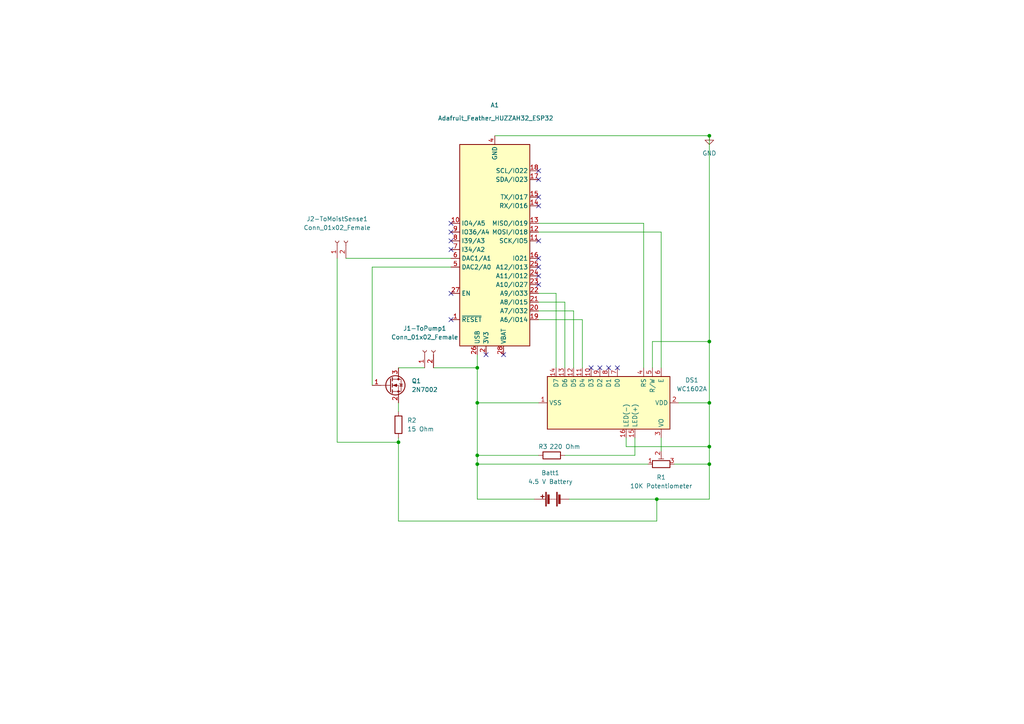
<source format=kicad_sch>
(kicad_sch (version 20211123) (generator eeschema)
  (paper "A4")
  (lib_symbols
    (symbol "Connector:Conn_01x02_Female" (pin_names (offset 1.016) hide)
      (property "Reference" "J" (at 0 2.54 0))
      (property "Value" "Conn_01x02_Female" (at 0 -5.08 0))
      (symbol "Conn_01x02_Female_1_1"
        (arc (start 0 -2.032) (mid -0.508 -2.54) (end 0 -3.048) (stroke (width 0.1524)))
        (polyline (pts (xy -1.27 -2.54) (xy -0.508 -2.54)) (stroke (width 0.1524)))
        (polyline (pts (xy -1.27 0) (xy -0.508 0)) (stroke (width 0.1524)))
        (arc (start 0 0.508) (mid -0.508 0) (end 0 -0.508) (stroke (width 0.1524)))
        (pin passive line (at -5.08 0 0) (length 3.81) (name "Pin_1") (number "1"))
        (pin passive line (at -5.08 -2.54 0) (length 3.81) (name "Pin_2") (number "2"))
      )
    )
    (symbol "Device:Battery" (pin_numbers hide) (pin_names (offset 0) hide)
      (property "Reference" "BT" (at 2.54 2.54 0))
      (property "Value" "Battery" (at 2.54 0 0))
      (symbol "Battery_0_1"
        (rectangle (start -2.032 -1.397) (end 2.032 -1.651) (fill (type outline)))
        (rectangle (start -2.032 1.778) (end 2.032 1.524) (fill (type outline)))
        (rectangle (start -1.3208 -1.9812) (end 1.27 -2.4892) (fill (type outline)))
        (rectangle (start -1.3208 1.1938) (end 1.27 0.6858) (fill (type outline)))
        (polyline (pts (xy 0 -1.524) (xy 0 -1.27)))
        (polyline (pts (xy 0 -1.016) (xy 0 -0.762)))
        (polyline (pts (xy 0 -0.508) (xy 0 -0.254)))
        (polyline (pts (xy 0 0) (xy 0 0.254)))
        (polyline (pts (xy 0 0.508) (xy 0 0.762)))
        (polyline (pts (xy 0 1.778) (xy 0 2.54)))
        (polyline (pts (xy 0.254 2.667) (xy 1.27 2.667)) (stroke (width 0.254)))
        (polyline (pts (xy 0.762 3.175) (xy 0.762 2.159)) (stroke (width 0.254)))
      )
      (symbol "Battery_1_1"
        (pin passive line (at 0 5.08 270) (length 2.54) (name "+") (number "1"))
        (pin passive line (at 0 -5.08 90) (length 2.54) (name "-") (number "2"))
      )
    )
    (symbol "Device:R" (pin_numbers hide) (pin_names (offset 0))
      (property "Reference" "R" (at 2.032 0 90))
      (property "Value" "R" (at 0 0 90))
      (symbol "R_0_1"
        (rectangle (start -1.016 -2.54) (end 1.016 2.54) (stroke (width 0.254)))
      )
      (symbol "R_1_1"
        (pin passive line (at 0 3.81 270) (length 1.27) (name "~") (number "1"))
        (pin passive line (at 0 -3.81 90) (length 1.27) (name "~") (number "2"))
      )
    )
    (symbol "Device:R_Potentiometer_Trim" (pin_names (offset 1.016) hide)
      (property "Reference" "RV" (at -4.445 0 90))
      (property "Value" "R_Potentiometer_Trim" (at -2.54 0 90))
      (symbol "R_Potentiometer_Trim_0_1"
        (polyline (pts (xy 1.524 0.762) (xy 1.524 -0.762)))
        (polyline (pts (xy 2.54 0) (xy 1.524 0)))
        (rectangle (start 1.016 2.54) (end -1.016 -2.54) (stroke (width 0.254)))
      )
      (symbol "R_Potentiometer_Trim_1_1"
        (pin passive line (at 0 3.81 270) (length 1.27) (name "1") (number "1"))
        (pin passive line (at 3.81 0 180) (length 1.27) (name "2") (number "2"))
        (pin passive line (at 0 -3.81 90) (length 1.27) (name "3") (number "3"))
      )
    )
    (symbol "Display_Character:WC1602A"
      (property "Reference" "DS" (at -5.842 19.05 0))
      (property "Value" "WC1602A" (at 5.334 19.05 0))
      (symbol "WC1602A_1_1"
        (rectangle (start -7.62 17.78) (end 7.62 -17.78) (stroke (width 0.254)) (fill (type background)))
        (pin power_in line (at 0 -20.32 90) (length 2.54) (name "VSS") (number "1"))
        (pin input line (at -10.16 -5.08 0) (length 2.54) (name "D3") (number "10"))
        (pin input line (at -10.16 -7.62 0) (length 2.54) (name "D4") (number "11"))
        (pin input line (at -10.16 -10.16 0) (length 2.54) (name "D5") (number "12"))
        (pin input line (at -10.16 -12.7 0) (length 2.54) (name "D6") (number "13"))
        (pin input line (at -10.16 -15.24 0) (length 2.54) (name "D7") (number "14"))
        (pin power_in line (at 10.16 7.62 180) (length 2.54) (name "LED(+)") (number "15"))
        (pin power_in line (at 10.16 5.08 180) (length 2.54) (name "LED(-)") (number "16"))
        (pin power_in line (at 0 20.32 270) (length 2.54) (name "VDD") (number "2"))
        (pin input line (at 10.16 15.24 180) (length 2.54) (name "VO") (number "3"))
        (pin input line (at -10.16 10.16 0) (length 2.54) (name "RS") (number "4"))
        (pin input line (at -10.16 12.7 0) (length 2.54) (name "R/W") (number "5"))
        (pin input line (at -10.16 15.24 0) (length 2.54) (name "E") (number "6"))
        (pin input line (at -10.16 2.54 0) (length 2.54) (name "D0") (number "7"))
        (pin input line (at -10.16 0 0) (length 2.54) (name "D1") (number "8"))
        (pin input line (at -10.16 -2.54 0) (length 2.54) (name "D2") (number "9"))
      )
    )
    (symbol "MCU_Module:Adafruit_Feather_HUZZAH32_ESP32"
      (property "Reference" "A" (at -10.16 29.21 0))
      (property "Value" "Adafruit_Feather_HUZZAH32_ESP32" (at 2.54 -31.75 0))
      (symbol "Adafruit_Feather_HUZZAH32_ESP32_0_1"
        (rectangle (start -10.16 27.94) (end 10.16 -30.48) (stroke (width 0.254)) (fill (type background)))
      )
      (symbol "Adafruit_Feather_HUZZAH32_ESP32_1_1"
        (pin input line (at 12.7 20.32 180) (length 2.54) (name "~{RESET}") (number "1"))
        (pin bidirectional line (at 12.7 -7.62 180) (length 2.54) (name "IO4/A5") (number "10"))
        (pin bidirectional line (at -12.7 -2.54 0) (length 2.54) (name "SCK/IO5") (number "11"))
        (pin bidirectional line (at -12.7 -5.08 0) (length 2.54) (name "MOSI/IO18") (number "12"))
        (pin bidirectional line (at -12.7 -7.62 0) (length 2.54) (name "MISO/IO19") (number "13"))
        (pin bidirectional line (at -12.7 -12.7 0) (length 2.54) (name "RX/IO16") (number "14"))
        (pin bidirectional line (at -12.7 -15.24 0) (length 2.54) (name "TX/IO17") (number "15"))
        (pin bidirectional line (at -12.7 2.54 0) (length 2.54) (name "IO21") (number "16"))
        (pin bidirectional line (at -12.7 -20.32 0) (length 2.54) (name "SDA/IO23") (number "17"))
        (pin bidirectional line (at -12.7 -22.86 0) (length 2.54) (name "SCL/IO22") (number "18"))
        (pin bidirectional line (at -12.7 20.32 0) (length 2.54) (name "A6/IO14") (number "19"))
        (pin power_in line (at 2.54 30.48 270) (length 2.54) (name "3V3") (number "2"))
        (pin bidirectional line (at -12.7 17.78 0) (length 2.54) (name "A7/IO32") (number "20"))
        (pin bidirectional line (at -12.7 15.24 0) (length 2.54) (name "A8/IO15") (number "21"))
        (pin bidirectional line (at -12.7 12.7 0) (length 2.54) (name "A9/IO33") (number "22"))
        (pin bidirectional line (at -12.7 10.16 0) (length 2.54) (name "A10/IO27") (number "23"))
        (pin bidirectional line (at -12.7 7.62 0) (length 2.54) (name "A11/IO12") (number "24"))
        (pin bidirectional line (at -12.7 5.08 0) (length 2.54) (name "A12/IO13") (number "25"))
        (pin power_in line (at 5.08 30.48 270) (length 2.54) (name "USB") (number "26"))
        (pin input line (at 12.7 12.7 180) (length 2.54) (name "EN") (number "27"))
        (pin power_in line (at -2.54 30.48 270) (length 2.54) (name "VBAT") (number "28"))
        (pin no_connect line (at 10.16 10.16 180) (length 2.54) hide (name "NC") (number "3"))
        (pin power_in line (at 0 -33.02 90) (length 2.54) (name "GND") (number "4"))
        (pin bidirectional line (at 12.7 5.08 180) (length 2.54) (name "DAC2/A0") (number "5"))
        (pin bidirectional line (at 12.7 2.54 180) (length 2.54) (name "DAC1/A1") (number "6"))
        (pin bidirectional line (at 12.7 0 180) (length 2.54) (name "I34/A2") (number "7"))
        (pin bidirectional line (at 12.7 -2.54 180) (length 2.54) (name "I39/A3") (number "8"))
        (pin bidirectional line (at 12.7 -5.08 180) (length 2.54) (name "IO36/A4") (number "9"))
      )
    )
    (symbol "Transistor_FET:2N7002" (pin_names hide)
      (property "Reference" "Q" (at 5.08 1.905 0))
      (property "Value" "2N7002" (at 5.08 0 0))
      (symbol "2N7002_0_1"
        (polyline (pts (xy 0.254 0) (xy -2.54 0)))
        (polyline (pts (xy 0.254 1.905) (xy 0.254 -1.905)) (stroke (width 0.254)))
        (polyline (pts (xy 0.762 -1.27) (xy 0.762 -2.286)) (stroke (width 0.254)))
        (polyline (pts (xy 0.762 0.508) (xy 0.762 -0.508)) (stroke (width 0.254)))
        (polyline (pts (xy 0.762 2.286) (xy 0.762 1.27)) (stroke (width 0.254)))
        (polyline (pts (xy 2.54 2.54) (xy 2.54 1.778)))
        (polyline (pts (xy 2.54 -2.54) (xy 2.54 0) (xy 0.762 0)))
        (polyline (pts (xy 0.762 -1.778) (xy 3.302 -1.778) (xy 3.302 1.778) (xy 0.762 1.778)))
        (polyline (pts (xy 1.016 0) (xy 2.032 0.381) (xy 2.032 -0.381) (xy 1.016 0)) (fill (type outline)))
        (polyline (pts (xy 2.794 0.508) (xy 2.921 0.381) (xy 3.683 0.381) (xy 3.81 0.254)))
        (polyline (pts (xy 3.302 0.381) (xy 2.921 -0.254) (xy 3.683 -0.254) (xy 3.302 0.381)))
        (circle (center 1.651 0) (radius 2.794) (stroke (width 0.254)))
        (circle (center 2.54 -1.778) (radius 0.254) (fill (type outline)))
        (circle (center 2.54 1.778) (radius 0.254) (fill (type outline)))
      )
      (symbol "2N7002_1_1"
        (pin input line (at -5.08 0 0) (length 2.54) (name "G") (number "1"))
        (pin passive line (at 2.54 -5.08 90) (length 2.54) (name "S") (number "2"))
        (pin passive line (at 2.54 5.08 270) (length 2.54) (name "D") (number "3"))
      )
    )
    (symbol "power:GND" (power) (pin_names (offset 0))
      (property "Value" "GND" (at 0 -3.81 0))
      (symbol "GND_0_1"
        (polyline (pts (xy 0 0) (xy 0 -1.27) (xy 1.27 -1.27) (xy 0 -2.54) (xy -1.27 -1.27) (xy 0 -1.27)))
      )
      (symbol "GND_1_1"
        (pin power_in line (at 0 0 270) (length 0) hide (name "GND") (number "1"))
      )
    )
  )
  (junction (at 138.43 116.84))
  (junction (at 205.74 99.06))
  (junction (at 190.5 144.78))
  (junction (at 205.74 39.37))
  (junction (at 205.74 116.84))
  (junction (at 138.43 132.08))
  (junction (at 138.43 134.62))
  (junction (at 138.43 106.68))
  (junction (at 205.74 134.62))
  (junction (at 115.57 128.27))
  (junction (at 205.74 129.54))
  (no_connect (at 156.21 52.07))
  (no_connect (at 156.21 49.53))
  (no_connect (at 130.81 92.71))
  (no_connect (at 130.81 67.31))
  (no_connect (at 130.81 64.77))
  (no_connect (at 130.81 85.09))
  (no_connect (at 130.81 69.85))
  (no_connect (at 130.81 72.39))
  (no_connect (at 146.05 102.87))
  (no_connect (at 140.97 102.87))
  (no_connect (at 156.21 59.69))
  (no_connect (at 156.21 57.15))
  (no_connect (at 156.21 77.47))
  (no_connect (at 171.45 106.68))
  (no_connect (at 173.99 106.68))
  (no_connect (at 176.53 106.68))
  (no_connect (at 179.07 106.68))
  (no_connect (at 156.21 82.55))
  (no_connect (at 156.21 80.01))
  (no_connect (at 156.21 69.85))
  (no_connect (at 156.21 74.93))
  (wire (pts (xy 138.43 134.62) (xy 138.43 144.78)))
  (wire (pts (xy 107.95 77.47) (xy 130.81 77.47)))
  (wire (pts (xy 165.1 144.78) (xy 190.5 144.78)))
  (wire (pts (xy 191.77 127) (xy 191.77 130.81)))
  (wire (pts (xy 156.21 67.31) (xy 191.77 67.31)))
  (wire (pts (xy 161.29 85.09) (xy 156.21 85.09)))
  (wire (pts (xy 191.77 67.31) (xy 191.77 106.68)))
  (wire (pts (xy 184.15 127) (xy 184.15 132.08)))
  (wire (pts (xy 138.43 132.08) (xy 156.21 132.08)))
  (wire (pts (xy 205.74 99.06) (xy 205.74 39.37)))
  (wire (pts (xy 163.83 87.63) (xy 156.21 87.63)))
  (wire (pts (xy 107.95 111.76) (xy 107.95 77.47)))
  (wire (pts (xy 138.43 106.68) (xy 138.43 116.84)))
  (wire (pts (xy 189.23 106.68) (xy 189.23 99.06)))
  (wire (pts (xy 205.74 39.37) (xy 143.51 39.37)))
  (wire (pts (xy 115.57 127) (xy 115.57 128.27)))
  (wire (pts (xy 163.83 106.68) (xy 163.83 87.63)))
  (wire (pts (xy 168.91 92.71) (xy 156.21 92.71)))
  (wire (pts (xy 166.37 106.68) (xy 166.37 90.17)))
  (wire (pts (xy 168.91 106.68) (xy 168.91 92.71)))
  (wire (pts (xy 181.61 129.54) (xy 205.74 129.54)))
  (wire (pts (xy 186.69 64.77) (xy 156.21 64.77)))
  (wire (pts (xy 161.29 106.68) (xy 161.29 85.09)))
  (wire (pts (xy 138.43 134.62) (xy 187.96 134.62)))
  (wire (pts (xy 115.57 151.13) (xy 190.5 151.13)))
  (wire (pts (xy 205.74 116.84) (xy 196.85 116.84)))
  (wire (pts (xy 195.58 134.62) (xy 205.74 134.62)))
  (wire (pts (xy 205.74 116.84) (xy 205.74 99.06)))
  (wire (pts (xy 115.57 116.84) (xy 115.57 119.38)))
  (wire (pts (xy 190.5 151.13) (xy 190.5 144.78)))
  (wire (pts (xy 125.73 106.68) (xy 138.43 106.68)))
  (wire (pts (xy 205.74 144.78) (xy 205.74 134.62)))
  (wire (pts (xy 138.43 102.87) (xy 138.43 106.68)))
  (wire (pts (xy 138.43 132.08) (xy 138.43 134.62)))
  (wire (pts (xy 115.57 106.68) (xy 123.19 106.68)))
  (wire (pts (xy 97.79 74.93) (xy 97.79 128.27)))
  (wire (pts (xy 97.79 128.27) (xy 115.57 128.27)))
  (wire (pts (xy 189.23 99.06) (xy 205.74 99.06)))
  (wire (pts (xy 115.57 128.27) (xy 115.57 151.13)))
  (wire (pts (xy 186.69 106.68) (xy 186.69 64.77)))
  (wire (pts (xy 163.83 132.08) (xy 184.15 132.08)))
  (wire (pts (xy 205.74 134.62) (xy 205.74 129.54)))
  (wire (pts (xy 181.61 127) (xy 181.61 129.54)))
  (wire (pts (xy 100.33 74.93) (xy 130.81 74.93)))
  (wire (pts (xy 156.21 116.84) (xy 138.43 116.84)))
  (wire (pts (xy 205.74 129.54) (xy 205.74 116.84)))
  (wire (pts (xy 154.94 144.78) (xy 138.43 144.78)))
  (wire (pts (xy 138.43 116.84) (xy 138.43 132.08)))
  (wire (pts (xy 190.5 144.78) (xy 205.74 144.78)))
  (wire (pts (xy 166.37 90.17) (xy 156.21 90.17)))
  (symbol (lib_id "Connector:Conn_01x02_Female") (at 123.19 101.6 90) (unit 1)
    (property "Reference" "J1-ToPump1" (at 123.19 95.25 90))
    (property "Value" "Conn_01x02_Female" (at 123.19 97.79 90))
    (property "Footprint" "TestPoint:TestPoint_2Pads_Pitch5.08mm_Drill1.3mm" (effects hide))
  )
  (symbol (lib_id "MCU_Module:Adafruit_Feather_HUZZAH32_ESP32") (at 143.51 72.39 180) (unit 1)
    (property "Reference" "A1" (at 142.24 30.48 0) (effects (justify right)))
    (property "Value" "Adafruit_Feather_HUZZAH32_ESP32" (at 127 34.29 0) (effects (justify right)))
    (property "Footprint" "Module:Adafruit_Feather" (effects hide))
    (property "Datasheet" "https://cdn-learn.adafruit.com/downloads/pdf/adafruit-huzzah32-esp32-feather.pdf" (effects hide))
  )
  (symbol (lib_id "Device:R_Potentiometer_Trim") (at 191.77 134.62 90) (unit 1)
    (property "Reference" "R1" (at 191.77 138.43 90))
    (property "Value" "10K Potentiometer" (at 191.77 140.97 90))
    (property "Footprint" "Potentiometer_SMD:Potentiometer_Bourns_TC33X_Vertical" (effects hide))
  )
  (symbol (lib_id "power:GND") (at 205.74 39.37 0) (unit 1)
    (property "Reference" "#PWR01" (effects hide))
    (property "Value" "GND" (at 205.74 44.45 0))
  )
  (symbol (lib_id "Connector:Conn_01x02_Female") (at 97.79 69.85 90) (unit 1)
    (property "Reference" "J2-ToMoistSense1" (at 97.79 63.5 90))
    (property "Value" "Conn_01x02_Female" (at 97.79 66.04 90))
    (property "Footprint" "TestPoint:TestPoint_2Pads_Pitch5.08mm_Drill1.3mm" (effects hide))
  )
  (symbol (lib_id "Device:R") (at 160.02 132.08 90) (unit 1)
    (property "Reference" "R3" (at 157.48 129.54 90))
    (property "Value" "220 Ohm" (at 163.83 129.54 90))
    (property "Footprint" "Resistor_SMD:R_0402_1005Metric" (effects hide))
  )
  (symbol (lib_id "Transistor_FET:2N7002") (at 113.03 111.76 0) (unit 1)
    (property "Reference" "Q1" (at 119.38 110.4899 0) (effects (justify left)))
    (property "Value" "2N7002" (at 119.38 113.0299 0) (effects (justify left)))
    (property "Footprint" "Package_TO_SOT_SMD:SOT-23" (effects hide))
    (property "Datasheet" "https://www.onsemi.com/pub/Collateral/NDS7002A-D.PDF" (effects hide))
  )
  (symbol (lib_id "Device:Battery") (at 160.02 144.78 90) (unit 1)
    (property "Reference" "Batt1" (at 159.639 137.16 90))
    (property "Value" "4.5 V Battery" (at 159.639 139.7 90))
    (property "Footprint" "TestPoint:TestPoint_2Pads_Pitch5.08mm_Drill1.3mm" (effects hide))
  )
  (symbol (lib_id "Device:R") (at 115.57 123.19 0) (unit 1)
    (property "Reference" "R2" (at 118.11 121.9199 0) (effects (justify left)))
    (property "Value" "15 Ohm" (at 118.11 124.4599 0) (effects (justify left)))
    (property "Footprint" "Resistor_SMD:R_0402_1005Metric" (effects hide))
  )
  (symbol (lib_id "Display_Character:WC1602A") (at 176.53 116.84 270) (unit 1)
    (property "Reference" "DS1" (at 200.66 110.2612 90))
    (property "Value" "WC1602A" (at 200.66 112.8012 90))
    (property "Footprint" "Display:WC1602A" (effects hide))
    (property "Datasheet" "http://www.wincomlcd.com/pdf/WC1602A-SFYLYHTC06.pdf" (effects hide))
  )
)
</source>
